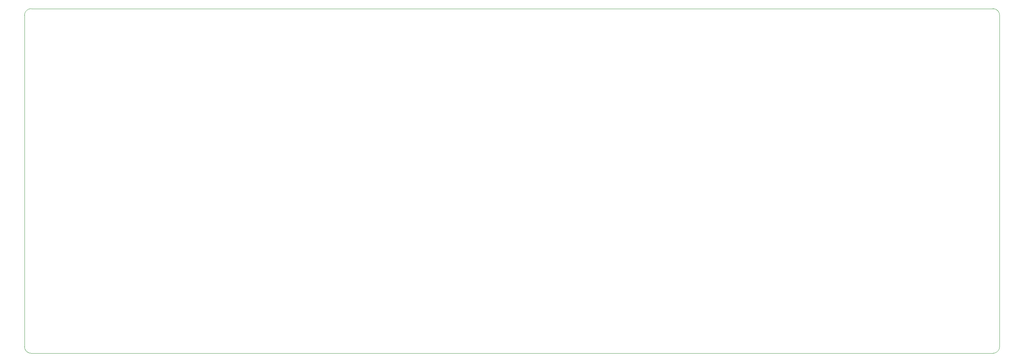
<source format=gm1>
%TF.GenerationSoftware,KiCad,Pcbnew,(5.1.6)-1*%
%TF.CreationDate,2020-05-26T22:06:07-05:00*%
%TF.ProjectId,cerkit48,6365726b-6974-4343-982e-6b696361645f,rev?*%
%TF.SameCoordinates,Original*%
%TF.FileFunction,Profile,NP*%
%FSLAX46Y46*%
G04 Gerber Fmt 4.6, Leading zero omitted, Abs format (unit mm)*
G04 Created by KiCad (PCBNEW (5.1.6)-1) date 2020-05-26 22:06:07*
%MOMM*%
%LPD*%
G01*
G04 APERTURE LIST*
%TA.AperFunction,Profile*%
%ADD10C,0.050000*%
%TD*%
G04 APERTURE END LIST*
D10*
X25400000Y-51593750D02*
X257968750Y-51593750D01*
X23812500Y-133350000D02*
X23812500Y-53181250D01*
X257968750Y-134937500D02*
X25400000Y-134937500D01*
X259556250Y-133350000D02*
G75*
G02*
X257968750Y-134937500I-1587500J0D01*
G01*
X259556250Y-53181250D02*
X259556250Y-133350000D01*
X25400000Y-134937500D02*
G75*
G02*
X23812500Y-133350000I0J1587500D01*
G01*
X23812500Y-53181250D02*
G75*
G02*
X25400000Y-51593750I1587500J0D01*
G01*
X257968750Y-51593750D02*
G75*
G02*
X259556250Y-53181250I0J-1587500D01*
G01*
M02*

</source>
